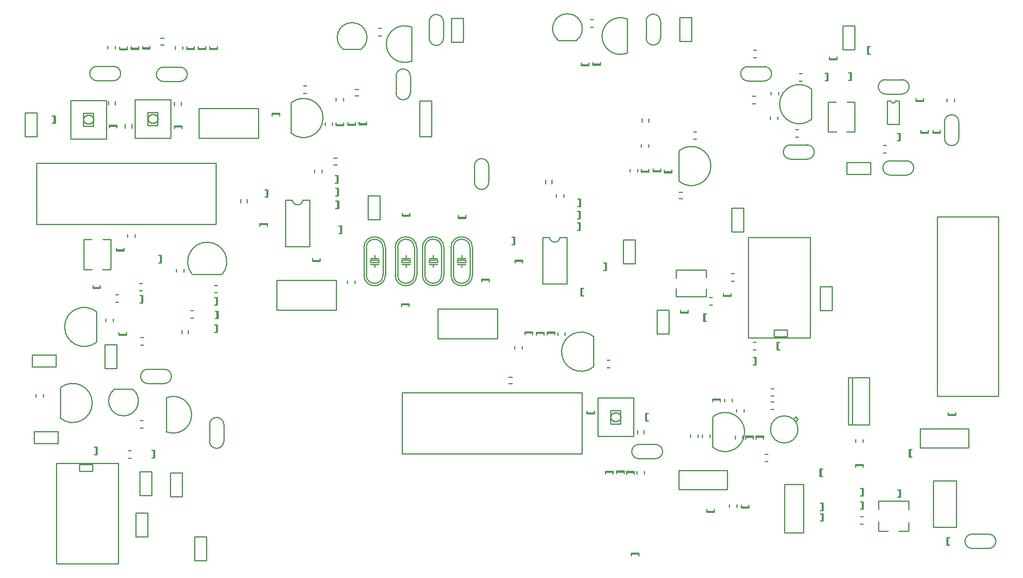
<source format=gbr>
G04 DipTrace 3.0.0.2*
G04 TopSilk.gbr*
%MOMM*%
G04 #@! TF.FileFunction,Legend,Top*
G04 #@! TF.Part,Single*
%ADD10C,0.25*%
%FSLAX35Y35*%
G04*
G71*
G90*
G75*
G01*
G04 TopSilk*
%LPD*%
X2960613Y10715303D2*
D10*
X3120453D1*
X2960613Y10734223D2*
X3120453D1*
X2960613D2*
Y10674383D1*
X3120453Y10734223D2*
Y10674383D1*
X1783533Y10936223D2*
Y10776383D1*
X1802453Y10936223D2*
Y10776383D1*
Y10936223D2*
X1742613D1*
X1802453Y10776383D2*
X1742613D1*
X3085113Y11165735D2*
Y11245745D1*
X2945113Y11165735D2*
Y11245745D1*
X3087453Y12364383D2*
Y12424223D1*
X2927613Y12364383D2*
Y12424223D1*
X2620404Y10993120D2*
X2407060D1*
Y10711922D1*
X2620404D1*
Y10993120D1*
X2895528Y11264135D2*
X2136565D1*
Y10442878D1*
X2895528D1*
Y11264135D1*
X2411158Y10855396D2*
X2411418Y10862001D1*
X2412197Y10868574D1*
X2413491Y10875083D1*
X2415295Y10881496D1*
X2417598Y10887782D1*
X2420390Y10893910D1*
X2423658Y10899850D1*
X2427384Y10905574D1*
X2431552Y10911053D1*
X2436141Y10916262D1*
X2441129Y10921173D1*
X2446490Y10925765D1*
X2452200Y10930013D1*
X2458230Y10933898D1*
X2464551Y10937400D1*
X2471132Y10940503D1*
X2477941Y10943191D1*
X2484945Y10945452D1*
X2492110Y10947274D1*
X2499401Y10948648D1*
X2506782Y10949568D1*
X2514217Y10950029D1*
X2521671D1*
X2529106Y10949568D1*
X2536487Y10948648D1*
X2543778Y10947274D1*
X2550943Y10945452D1*
X2557947Y10943191D1*
X2564756Y10940503D1*
X2571337Y10937400D1*
X2577658Y10933898D1*
X2583688Y10930013D1*
X2589398Y10925765D1*
X2594760Y10921173D1*
X2599747Y10916262D1*
X2604336Y10911053D1*
X2608504Y10905574D1*
X2612231Y10899850D1*
X2615498Y10893910D1*
X2618290Y10887782D1*
X2620594Y10881496D1*
X2622397Y10875083D1*
X2623691Y10868574D1*
X2624470Y10862001D1*
X2624730Y10855396D1*
X2624470Y10848790D1*
X2623691Y10842217D1*
X2622397Y10835708D1*
X2620594Y10829295D1*
X2618290Y10823009D1*
X2615498Y10816881D1*
X2612231Y10810941D1*
X2608504Y10805217D1*
X2604336Y10799738D1*
X2599747Y10794529D1*
X2594760Y10789618D1*
X2589398Y10785027D1*
X2583688Y10780778D1*
X2577658Y10776893D1*
X2571337Y10773391D1*
X2564756Y10770288D1*
X2557947Y10767600D1*
X2550943Y10765339D1*
X2543778Y10763517D1*
X2536487Y10762143D1*
X2529106Y10761223D1*
X2521671Y10760762D1*
X2514217D1*
X2506782Y10761223D1*
X2499401Y10762143D1*
X2492110Y10763517D1*
X2484945Y10765339D1*
X2477941Y10767600D1*
X2471132Y10770288D1*
X2464551Y10773391D1*
X2458230Y10776893D1*
X2452200Y10780778D1*
X2446490Y10785027D1*
X2441129Y10789618D1*
X2436141Y10794529D1*
X2431552Y10799738D1*
X2427384Y10805217D1*
X2423658Y10810941D1*
X2420390Y10816881D1*
X2417598Y10823009D1*
X2415295Y10829295D1*
X2413491Y10835708D1*
X2412197Y10842217D1*
X2411418Y10848790D1*
X2411158Y10855396D1*
X1415808Y10996800D2*
X1161792D1*
X1415808Y10488800D2*
Y10996800D1*
Y10488800D2*
X1161792D1*
Y10996800D1*
X13922292Y7783800D2*
X14176308D1*
X13922292Y8291800D2*
Y7783800D1*
Y8291800D2*
X14176308D1*
Y7783800D1*
X6717464Y9134426D2*
Y8148483D1*
X7233136Y9134426D2*
Y8148483D1*
X6717464D2*
X7233136D1*
X6717464Y9134426D2*
X6862763D1*
X7087837D2*
X7233136D1*
X6863437Y9135117D2*
G03X7087163Y9135117I111863J13970D01*
G01*
X6534800Y7426328D2*
X7804800D1*
Y6791272D1*
X6534800D1*
Y7426328D1*
X10256292Y12510300D2*
X10510308D1*
X10256292Y13018300D2*
Y12510300D1*
Y13018300D2*
X10510308D1*
Y12510300D1*
X7820868Y10031880D2*
X7740858D1*
X7820868Y9891880D2*
X7740858D1*
X8478792Y8721300D2*
X8732808D1*
X8478792Y9229300D2*
Y8721300D1*
Y9229300D2*
X8732808D1*
Y8721300D1*
X9380688Y11427152D2*
Y11782448D1*
X9075912Y11427152D2*
Y11782448D1*
X9380688D2*
G03X9075912Y11782448I-152388J164D01*
G01*
Y11427152D2*
G03X9380688Y11427152I152388J-164D01*
G01*
X7828800Y9119220D2*
Y8959380D1*
X7847720Y9119220D2*
Y8959380D1*
Y9119220D2*
X7787880D1*
X7847720Y8959380D2*
X7787880D1*
X3336453Y12366803D2*
X3176613D1*
X3336453Y12347883D2*
X3176613D1*
X3336453D2*
Y12407723D1*
X3176613Y12347883D2*
Y12407723D1*
X7818300Y9663720D2*
Y9503880D1*
X7837220Y9663720D2*
Y9503880D1*
Y9663720D2*
X7777380D1*
X7837220Y9503880D2*
X7777380D1*
X7822800Y9393720D2*
Y9233880D1*
X7841720Y9393720D2*
Y9233880D1*
Y9393720D2*
X7781880D1*
X7841720Y9233880D2*
X7781880D1*
X9392573Y12096074D2*
G02X9408454Y12826737I-132744J368390D01*
G01*
Y12096074D1*
X8329642Y12351317D2*
X7948958D1*
X8330404Y12351888D2*
G03X7948196Y12351888I-191104J253481D01*
G01*
X8694880Y12641880D2*
X8754720D1*
X8694880Y12801720D2*
X8754720D1*
X6169380Y8617800D2*
X6329220D1*
X6169380Y8636720D2*
X6329220D1*
X6169380D2*
Y8576880D1*
X6329220Y8636720D2*
Y8576880D1*
X7452720Y7851300D2*
X7292880D1*
X7452720Y7832380D2*
X7292880D1*
X7452720D2*
Y7892220D1*
X7292880Y7832380D2*
Y7892220D1*
X9368220Y8817300D2*
X9208380D1*
X9368220Y8798380D2*
X9208380D1*
X9368220D2*
Y8858220D1*
X9208380Y8798380D2*
Y8858220D1*
X9188880Y6907800D2*
X9348720D1*
X9188880Y6926720D2*
X9348720D1*
X9188880D2*
Y6866880D1*
X9348720Y6926720D2*
Y6866880D1*
X10560720Y8770800D2*
X10400880D1*
X10560720Y8751880D2*
X10400880D1*
X10560720D2*
Y8811720D1*
X10400880Y8751880D2*
Y8811720D1*
X8847900Y7539487D2*
Y8123713D1*
X8390700Y7539487D2*
Y8123713D1*
X8797105Y7539487D2*
Y8123713D1*
X8441495D2*
Y7539487D1*
Y8123713D2*
G02X8797105Y8123713I177805J-38D01*
G01*
X8390700D2*
G02X8847900Y8123713I228600J-13D01*
G01*
X8390700Y7539487D2*
G03X8847900Y7539487I228600J13D01*
G01*
X8441495D2*
G03X8797105Y7539487I177805J38D01*
G01*
X8530420Y7806190D2*
Y7857010D1*
X8708180D1*
Y7806190D1*
X8530420D1*
Y7895125D2*
X8619300D1*
X8708180D1*
X8530420Y7768075D2*
X8619300D1*
X8708180D1*
X8619300Y7895125D2*
Y7958651D1*
Y7768075D2*
Y7704549D1*
X9058200Y8124113D2*
Y7539887D1*
X9515400Y8124113D2*
Y7539887D1*
X9108995Y8124113D2*
Y7539887D1*
X9464605D2*
Y8124113D1*
Y7539887D2*
G02X9108995Y7539887I-177805J38D01*
G01*
X9515400D2*
G02X9058200Y7539887I-228600J13D01*
G01*
X9515400Y8124113D2*
G03X9058200Y8124113I-228600J-13D01*
G01*
X9464605D2*
G03X9108995Y8124113I-177805J-38D01*
G01*
X9375680Y7857410D2*
Y7806590D1*
X9197920D1*
Y7857410D1*
X9375680D1*
Y7768475D2*
X9286800D1*
X9197920D1*
X9375680Y7895525D2*
X9286800D1*
X9197920D1*
X9286800Y7768475D2*
Y7704949D1*
Y7895525D2*
Y7959051D1*
X10095900Y7540987D2*
Y8125213D1*
X9638700Y7540987D2*
Y8125213D1*
X10045105Y7540987D2*
Y8125213D1*
X9689495D2*
Y7540987D1*
Y8125213D2*
G02X10045105Y8125213I177805J-38D01*
G01*
X9638700D2*
G02X10095900Y8125213I228600J-13D01*
G01*
X9638700Y7540987D2*
G03X10095900Y7540987I228600J13D01*
G01*
X9689495D2*
G03X10045105Y7540987I177805J38D01*
G01*
X9778420Y7807690D2*
Y7858510D1*
X9956180D1*
Y7807690D1*
X9778420D1*
Y7896625D2*
X9867300D1*
X9956180D1*
X9778420Y7769575D2*
X9867300D1*
X9956180D1*
X9867300Y7896625D2*
Y7960151D1*
Y7769575D2*
Y7706049D1*
X10247700Y8124113D2*
Y7539887D1*
X10704900Y8124113D2*
Y7539887D1*
X10298495Y8124113D2*
Y7539887D1*
X10654105D2*
Y8124113D1*
Y7539887D2*
G02X10298495Y7539887I-177805J38D01*
G01*
X10704900D2*
G02X10247700Y7539887I-228600J13D01*
G01*
X10704900Y8124113D2*
G03X10247700Y8124113I-228600J-13D01*
G01*
X10654105D2*
G03X10298495Y8124113I-177805J-38D01*
G01*
X10565180Y7857410D2*
Y7806590D1*
X10387420D1*
Y7857410D1*
X10565180D1*
Y7768475D2*
X10476300D1*
X10387420D1*
X10565180Y7895525D2*
X10476300D1*
X10387420D1*
X10476300Y7768475D2*
Y7704949D1*
Y7895525D2*
Y7959051D1*
X10901880Y7434300D2*
X11061720D1*
X10901880Y7453220D2*
X11061720D1*
X10901880D2*
Y7393380D1*
X11061720Y7453220D2*
Y7393380D1*
X8199720Y7356880D2*
Y7416720D1*
X8039880Y7356880D2*
Y7416720D1*
X9969800Y6815828D2*
X11239800D1*
Y6180772D1*
X9969800D1*
Y6815828D1*
X11581800Y8351220D2*
Y8191380D1*
X11600720Y8351220D2*
Y8191380D1*
Y8351220D2*
X11540880D1*
X11600720Y8191380D2*
X11540880D1*
X12204464Y8339426D2*
Y7353483D1*
X12720136Y8339426D2*
Y7353483D1*
X12204464D2*
X12720136D1*
X12204464Y8339426D2*
X12349763D1*
X12574837D2*
X12720136D1*
X12350437Y8340117D2*
G03X12574163Y8340117I111863J13970D01*
G01*
X12398880Y9485232D2*
Y9565242D1*
X12258880Y9485232D2*
Y9565242D1*
X12978300Y8652720D2*
Y8492880D1*
X12997220Y8652720D2*
Y8492880D1*
Y8652720D2*
X12937380D1*
X12997220Y8492880D2*
X12937380D1*
X12982800Y8900220D2*
Y8740380D1*
X13001720Y8900220D2*
Y8740380D1*
Y8900220D2*
X12941880D1*
X13001720Y8740380D2*
X12941880D1*
X12987300Y9164220D2*
Y9004380D1*
X13006220Y9164220D2*
Y9004380D1*
Y9164220D2*
X12946380D1*
X13006220Y9004380D2*
X12946380D1*
X11608380Y7836300D2*
X11768220D1*
X11608380Y7855220D2*
X11768220D1*
X11608380D2*
Y7795380D1*
X11768220Y7855220D2*
Y7795380D1*
X15187368Y9310380D2*
X15107358D1*
X15187368Y9170380D2*
X15107358D1*
X4051800Y7956720D2*
Y7796880D1*
X4070720Y7956720D2*
Y7796880D1*
Y7956720D2*
X4010880D1*
X4070720Y7796880D2*
X4010880D1*
X1407302Y8623960D2*
X5237032D1*
Y9928380D1*
X1407302D1*
Y8623960D1*
X6143800Y10460272D2*
X4873800D1*
Y11095328D1*
X6143800D1*
Y10460272D1*
X3586953Y12375803D2*
X3427113D1*
X3586953Y12356883D2*
X3427113D1*
X3586953D2*
Y12416723D1*
X3427113Y12356883D2*
Y12416723D1*
X3825453Y12384803D2*
X3665613D1*
X3825453Y12365883D2*
X3665613D1*
X3825453D2*
Y12425723D1*
X3665613Y12365883D2*
Y12425723D1*
X6316800Y9360720D2*
Y9200880D1*
X6335720Y9360720D2*
Y9200880D1*
Y9360720D2*
X6275880D1*
X6335720Y9200880D2*
X6275880D1*
X10087188Y12588152D2*
Y12943448D1*
X9782412Y12588152D2*
Y12943448D1*
X10087188D2*
G03X9782412Y12943448I-152388J164D01*
G01*
Y12588152D2*
G03X10087188Y12588152I152388J-164D01*
G01*
X3051448Y11989188D2*
X2696152D1*
X3051448Y11684412D2*
X2696152D1*
Y11989188D2*
G03X2696152Y11684412I-164J-152388D01*
G01*
X3051448D2*
G03X3051448Y11989188I164J152388D01*
G01*
X7891800Y8586720D2*
Y8426880D1*
X7910720Y8586720D2*
Y8426880D1*
Y8586720D2*
X7850880D1*
X7910720Y8426880D2*
X7850880D1*
X13537800Y7796220D2*
Y7636380D1*
X13556720Y7796220D2*
Y7636380D1*
Y7796220D2*
X13496880D1*
X13556720Y7636380D2*
X13496880D1*
X4349347Y10699307D2*
X4509187D1*
X4349347Y10718227D2*
X4509187D1*
X4349347D2*
Y10658387D1*
X4509187Y10718227D2*
Y10658387D1*
X3298953Y10750871D2*
Y10670861D1*
X3438953Y10750871D2*
Y10670861D1*
X4490347Y11149739D2*
Y11229749D1*
X4350347Y11149739D2*
Y11229749D1*
X4523220Y12354880D2*
Y12414720D1*
X4363380Y12354880D2*
Y12414720D1*
X3994404Y11009620D2*
X3781060D1*
Y10728422D1*
X3994404D1*
Y11009620D1*
X4269528Y11280635D2*
X3510565D1*
Y10459378D1*
X4269528D1*
Y11280635D1*
X3785158Y10871896D2*
X3785418Y10878501D1*
X3786197Y10885074D1*
X3787491Y10891583D1*
X3789295Y10897996D1*
X3791598Y10904282D1*
X3794390Y10910410D1*
X3797658Y10916350D1*
X3801384Y10922074D1*
X3805552Y10927553D1*
X3810141Y10932762D1*
X3815129Y10937673D1*
X3820490Y10942265D1*
X3826200Y10946513D1*
X3832230Y10950398D1*
X3838551Y10953900D1*
X3845132Y10957003D1*
X3851941Y10959691D1*
X3858945Y10961952D1*
X3866110Y10963774D1*
X3873401Y10965148D1*
X3880782Y10966068D1*
X3888217Y10966529D1*
X3895671D1*
X3903106Y10966068D1*
X3910487Y10965148D1*
X3917778Y10963774D1*
X3924943Y10961952D1*
X3931947Y10959691D1*
X3938756Y10957003D1*
X3945337Y10953900D1*
X3951658Y10950398D1*
X3957688Y10946513D1*
X3963398Y10942265D1*
X3968760Y10937673D1*
X3973747Y10932762D1*
X3978336Y10927553D1*
X3982504Y10922074D1*
X3986231Y10916350D1*
X3989498Y10910410D1*
X3992290Y10904282D1*
X3994594Y10897996D1*
X3996397Y10891583D1*
X3997691Y10885074D1*
X3998470Y10878501D1*
X3998730Y10871896D1*
X3998470Y10865290D1*
X3997691Y10858717D1*
X3996397Y10852208D1*
X3994594Y10845795D1*
X3992290Y10839509D1*
X3989498Y10833381D1*
X3986231Y10827441D1*
X3982504Y10821717D1*
X3978336Y10816238D1*
X3973747Y10811029D1*
X3968760Y10806118D1*
X3963398Y10801527D1*
X3957688Y10797278D1*
X3951658Y10793393D1*
X3945337Y10789891D1*
X3938756Y10786788D1*
X3931947Y10784100D1*
X3924943Y10781839D1*
X3917778Y10780017D1*
X3910487Y10778643D1*
X3903106Y10777723D1*
X3895671Y10777262D1*
X3888217D1*
X3880782Y10777723D1*
X3873401Y10778643D1*
X3866110Y10780017D1*
X3858945Y10781839D1*
X3851941Y10784100D1*
X3845132Y10786788D1*
X3838551Y10789891D1*
X3832230Y10793393D1*
X3826200Y10797278D1*
X3820490Y10801527D1*
X3815129Y10806118D1*
X3810141Y10811029D1*
X3805552Y10816238D1*
X3801384Y10821717D1*
X3797658Y10827441D1*
X3794390Y10833381D1*
X3791598Y10839509D1*
X3789295Y10845795D1*
X3787491Y10852208D1*
X3786197Y10858717D1*
X3785418Y10865290D1*
X3785158Y10871896D1*
X4767720Y12375300D2*
X4607880D1*
X4767720Y12356380D2*
X4607880D1*
X4767720D2*
Y12416220D1*
X4607880Y12356380D2*
Y12416220D1*
X5018220Y12375300D2*
X4858380D1*
X5018220Y12356380D2*
X4858380D1*
X5018220D2*
Y12416220D1*
X4858380Y12356380D2*
Y12416220D1*
X5261220Y12375300D2*
X5101380D1*
X5261220Y12356380D2*
X5101380D1*
X5261220D2*
Y12416220D1*
X5101380Y12356380D2*
Y12416220D1*
X4471948Y11972688D2*
X4116652D1*
X4471948Y11667912D2*
X4116652D1*
Y11972688D2*
G03X4116652Y11667912I-164J-152388D01*
G01*
X4471948D2*
G03X4471948Y11972688I164J152388D01*
G01*
X4045965Y12451223D2*
X4125975D1*
X4045965Y12591223D2*
X4125975D1*
X6843470Y11215707D2*
G02X6833449Y10567964I258652J-327951D01*
G01*
X6836469Y10571974D2*
Y11204680D1*
X7719720Y10731880D2*
Y10791720D1*
X7559880Y10731880D2*
Y10791720D1*
X7953720Y10749300D2*
X7793880D1*
X7953720Y10730380D2*
X7793880D1*
X7953720D2*
Y10790220D1*
X7793880Y10730380D2*
Y10790220D1*
X8204220Y10758300D2*
X8044380D1*
X8204220Y10739380D2*
X8044380D1*
X8204220D2*
Y10799220D1*
X8044380Y10739380D2*
Y10799220D1*
X8442720Y10767300D2*
X8282880D1*
X8442720Y10748380D2*
X8282880D1*
X8442720D2*
Y10808220D1*
X8282880Y10748380D2*
Y10808220D1*
X8198232Y11361720D2*
X8278242D1*
X8198232Y11501720D2*
X8278242D1*
X7101880Y11413380D2*
X7161720D1*
X7101880Y11573220D2*
X7161720D1*
X7795380Y11317220D2*
Y11257380D1*
X7955220Y11317220D2*
Y11257380D1*
X4720893Y7562470D2*
G02X5368636Y7552449I327951J258652D01*
G01*
X5364626Y7555469D2*
X4731920D1*
X5263220Y7320720D2*
X5203380D1*
X5263220Y7160880D2*
X5203380D1*
X5242800Y6476220D2*
Y6316380D1*
X5261720Y6476220D2*
Y6316380D1*
Y6476220D2*
X5201880D1*
X5261720Y6316380D2*
X5201880D1*
X5256300Y6770220D2*
Y6610380D1*
X5275220Y6770220D2*
Y6610380D1*
Y6770220D2*
X5215380D1*
X5275220Y6610380D2*
X5215380D1*
X5239800Y7065720D2*
Y6905880D1*
X5258720Y7065720D2*
Y6905880D1*
Y7065720D2*
X5198880D1*
X5258720Y6905880D2*
X5198880D1*
X4506720Y6359868D2*
Y6279858D1*
X4646720Y6359868D2*
Y6279858D1*
X4388880Y7667720D2*
Y7607880D1*
X4548720Y7667720D2*
Y7607880D1*
X4694380Y6623880D2*
X4754220D1*
X4694380Y6783720D2*
X4754220D1*
X5756220Y9157368D2*
Y9077358D1*
X5896220Y9157368D2*
Y9077358D1*
X15123792Y12526800D2*
X15377808D1*
X15123792Y13034800D2*
Y12526800D1*
Y13034800D2*
X15377808D1*
Y12526800D1*
X13185633Y12027343D2*
X13025793D1*
X13185633Y12008423D2*
X13025793D1*
X13185633D2*
Y12068263D1*
X13025793Y12008423D2*
Y12068263D1*
X13994486Y12267117D2*
G02X14010368Y12997780I-132744J368390D01*
G01*
Y12267117D1*
X12922555Y12540360D2*
X12541871D1*
X12923317Y12540931D2*
G03X12541109Y12540931I-191104J253481D01*
G01*
X13217293Y12826423D2*
X13277133D1*
X13217293Y12986263D2*
X13277133D1*
X14714688Y12595652D2*
Y12950948D1*
X14409912Y12595652D2*
Y12950948D1*
X14714688D2*
G03X14409912Y12950948I-152388J164D01*
G01*
Y12595652D2*
G03X14714688Y12595652I152388J-164D01*
G01*
X3324720Y6276300D2*
X3164880D1*
X3324720Y6257380D2*
X3164880D1*
X3324720D2*
Y6317220D1*
X3164880Y6257380D2*
Y6317220D1*
X2683735Y6103533D2*
G02X2693751Y6750986I-258537J327804D01*
G01*
X2690732Y6746978D2*
Y6114554D1*
X3623380Y6046380D2*
X3683220D1*
X3623380Y6206220D2*
X3683220D1*
X2766720Y7273800D2*
X2606880D1*
X2766720Y7254880D2*
X2606880D1*
X2766720D2*
Y7314720D1*
X2606880Y7254880D2*
Y7314720D1*
X3089380Y6964380D2*
X3149220D1*
X3089380Y7124220D2*
X3149220D1*
X3662720Y7362720D2*
X3602880D1*
X3662720Y7202880D2*
X3602880D1*
X2862790Y5545800D2*
X3116810D1*
X2862790Y6053800D2*
Y5545800D1*
Y6053800D2*
X3116810D1*
Y5545800D1*
X3272220Y8074800D2*
X3112380D1*
X3272220Y8055880D2*
X3112380D1*
X3272220D2*
Y8115720D1*
X3112380Y8055880D2*
Y8115720D1*
X3649933Y7107453D2*
Y6947613D1*
X3668853Y7107453D2*
Y6947613D1*
Y7107453D2*
X3609013D1*
X3668853Y6947613D2*
X3609013D1*
X2594790Y7656290D2*
X2419800D1*
X2989800Y8296310D2*
X2824785D1*
X2989800Y7656290D2*
X2814810D1*
X2989800D2*
Y8296310D1*
X2584815D2*
X2419800D1*
Y7656290D2*
Y7976300D1*
Y8296310D2*
Y7976300D1*
X3509220Y8343880D2*
Y8403720D1*
X3349380Y8343880D2*
Y8403720D1*
X3042720Y6543880D2*
Y6603720D1*
X2882880Y6543880D2*
Y6603720D1*
X6427380Y10975800D2*
X6587220D1*
X6427380Y10994720D2*
X6587220D1*
X6427380D2*
Y10934880D1*
X6587220Y10994720D2*
Y10934880D1*
X3780152Y5225412D2*
X4135448D1*
X3780152Y5530188D2*
X4135448D1*
Y5225412D2*
G03X4135448Y5530188I164J152388D01*
G01*
X3780152D2*
G03X3780152Y5225412I-164J-152388D01*
G01*
X4192134Y4926479D2*
G02X4176252Y4195797I132747J-368399D01*
G01*
Y4926479D1*
X3073958Y5106283D2*
X3454642D1*
X3073196Y5105712D2*
G03X3455404Y5105712I191104J-253481D01*
G01*
X3621880Y4277880D2*
X3681720D1*
X3621880Y4437720D2*
X3681720D1*
X5402688Y3994652D2*
Y4349948D1*
X5097912Y3994652D2*
Y4349948D1*
X5402688D2*
G03X5097912Y4349948I-152388J164D01*
G01*
Y3994652D2*
G03X5402688Y3994652I152388J-164D01*
G01*
X15115923Y10191307D2*
G02X15105902Y9543577I258647J-327944D01*
G01*
X15108922Y9547587D2*
Y10180281D1*
X14229720Y9740380D2*
Y9800220D1*
X14069880Y9740380D2*
Y9800220D1*
X14463720Y9757800D2*
X14303880D1*
X14463720Y9738880D2*
X14303880D1*
X14463720D2*
Y9798720D1*
X14303880Y9738880D2*
Y9798720D1*
X14714220Y9766800D2*
X14554380D1*
X14714220Y9747880D2*
X14554380D1*
X14714220D2*
Y9807720D1*
X14554380Y9747880D2*
Y9807720D1*
X14952773Y9742693D2*
X14792933D1*
X14952773Y9723773D2*
X14792933D1*
X14952773D2*
Y9783613D1*
X14792933Y9723773D2*
Y9783613D1*
X14461433Y10794625D2*
Y10874635D1*
X14321433Y10794625D2*
Y10874635D1*
X15422380Y10436880D2*
X15482220D1*
X15422380Y10596720D2*
X15482220D1*
X14305380Y10325720D2*
Y10265880D1*
X14465220Y10325720D2*
Y10265880D1*
X13282684Y5575779D2*
G02X13292704Y6223510I-258647J327944D01*
G01*
X13289684Y6219500D2*
Y5586806D1*
X12521880Y6311720D2*
Y6251880D1*
X12681720Y6311720D2*
Y6251880D1*
X12295380Y6304800D2*
X12455220D1*
X12295380Y6323720D2*
X12455220D1*
X12295380D2*
Y6263880D1*
X12455220Y6323720D2*
Y6263880D1*
X12070380Y6297300D2*
X12230220D1*
X12070380Y6316220D2*
X12230220D1*
X12070380D2*
Y6256380D1*
X12230220Y6316220D2*
Y6256380D1*
X11825880Y6306300D2*
X11985720D1*
X11825880Y6325220D2*
X11985720D1*
X11825880D2*
Y6265380D1*
X11985720Y6325220D2*
Y6265380D1*
X11552868Y5362380D2*
X11472858D1*
X11552868Y5222380D2*
X11472858D1*
X13571380Y5561880D2*
X13631220D1*
X13571380Y5721720D2*
X13631220D1*
X11762220Y5963380D2*
Y6023220D1*
X11602380Y5963380D2*
Y6023220D1*
X18379308Y7287300D2*
X18125292D1*
X18379308Y6779300D2*
Y7287300D1*
Y6779300D2*
X18125292D1*
Y7287300D1*
X19550282Y11254305D2*
Y10754295D1*
X19810318Y11254305D2*
Y10754295D1*
X19550282D2*
X19810318D1*
X19630276Y11254305D2*
X19550282D1*
X19730324D2*
X19810318D1*
X19630276D2*
G03X19730324Y11254305I50024J23D01*
G01*
X19867948Y11705693D2*
X19512652D1*
X19867948Y11400907D2*
X19512652D1*
Y11705693D2*
G03X19512652Y11400907I-159J-152393D01*
G01*
X19867948D2*
G03X19867948Y11705693I159J152393D01*
G01*
X20321220Y11265300D2*
X20161380D1*
X20321220Y11246380D2*
X20161380D1*
X20321220D2*
Y11306220D1*
X20161380Y11246380D2*
Y11306220D1*
X18466290Y10591790D2*
X18291300D1*
X18861300Y11231810D2*
X18696285D1*
X18861300Y10591790D2*
X18686310D1*
X18861300D2*
Y11231810D1*
X18456315D2*
X18291300D1*
Y10591790D2*
Y10911800D1*
Y11231810D2*
Y10911800D1*
X18265800Y11846220D2*
Y11686380D1*
X18284720Y11846220D2*
Y11686380D1*
Y11846220D2*
X18224880D1*
X18284720Y11686380D2*
X18224880D1*
X18762300Y11850720D2*
Y11690880D1*
X18781220Y11850720D2*
Y11690880D1*
Y11850720D2*
X18721380D1*
X18781220Y11690880D2*
X18721380D1*
X20682720Y10588800D2*
X20522880D1*
X20682720Y10569880D2*
X20522880D1*
X20682720D2*
Y10629720D1*
X20522880Y10569880D2*
Y10629720D1*
X19198800Y9686290D2*
Y9940310D1*
X18690800Y9686290D2*
X19198800D1*
X18690800D2*
Y9940310D1*
X19198800D1*
X19803300Y10563720D2*
Y10403880D1*
X19822220Y10563720D2*
Y10403880D1*
Y10563720D2*
X19762380D1*
X19822220Y10403880D2*
X19762380D1*
X19523720Y10305720D2*
X19463880D1*
X19523720Y10145880D2*
X19463880D1*
X19965448Y9976193D2*
X19610152D1*
X19965448Y9671407D2*
X19610152D1*
Y9976193D2*
G03X19610152Y9671407I-159J-152393D01*
G01*
X19965448D2*
G03X19965448Y9976193I159J152393D01*
G01*
X20427720Y10582800D2*
X20267880D1*
X20427720Y10563880D2*
X20267880D1*
X20427720D2*
Y10623720D1*
X20267880Y10563880D2*
Y10623720D1*
X17932641Y10854212D2*
G02X17942658Y11501653I-258532J327798D01*
G01*
X17939639Y11497645D2*
Y10865234D1*
X17669380Y11675880D2*
X17729220D1*
X17669380Y11835720D2*
X17729220D1*
X17074380Y11443220D2*
Y11383380D1*
X17234220Y11443220D2*
Y11383380D1*
X17054880Y10918220D2*
Y10858380D1*
X17214720Y10918220D2*
Y10858380D1*
X17657720Y10646220D2*
X17597880D1*
X17657720Y10486380D2*
X17597880D1*
X16677880Y11194380D2*
X16737720D1*
X16677880Y11354220D2*
X16737720D1*
X17488652Y10011907D2*
X17843948D1*
X17488652Y10316693D2*
X17843948D1*
Y10011907D2*
G03X17843948Y10316693I159J152393D01*
G01*
X17488652D2*
G03X17488652Y10011907I-159J-152393D01*
G01*
X16578152Y11679900D2*
X16933448D1*
X16578152Y11984700D2*
X16933448D1*
Y11679900D2*
G03X16933448Y11984700I152J152400D01*
G01*
X16578152D2*
G03X16578152Y11679900I-152J-152400D01*
G01*
X16695880Y12178380D2*
X16755720D1*
X16695880Y12338220D2*
X16755720D1*
X18313380Y12135880D2*
Y12195720D1*
X18473220Y12135880D2*
Y12195720D1*
Y12154712D2*
X18313380D1*
X18473220Y12135792D2*
X18313380D1*
X19146300Y12253380D2*
Y12413220D1*
X19127380Y12253380D2*
Y12413220D1*
Y12253380D2*
X19187220D1*
X19127380Y12413220D2*
X19187220D1*
X18859310Y12856800D2*
X18605290D1*
X18859310Y12348800D2*
Y12856800D1*
Y12348800D2*
X18605290D1*
Y12856800D1*
X15608880Y4135470D2*
Y4075630D1*
X15768720Y4135470D2*
Y4075630D1*
X15515220Y4070380D2*
Y4130220D1*
X15355380Y4070380D2*
Y4130220D1*
X16085130Y4897470D2*
Y4837630D1*
X16244970Y4897470D2*
Y4837630D1*
X16180380Y2643220D2*
Y2583380D1*
X16340220Y2643220D2*
Y2583380D1*
X16307380Y4103720D2*
Y4043880D1*
X16467220Y4103720D2*
Y4043880D1*
X16337388Y4676491D2*
X16336434Y4616667D1*
X16497206Y4673967D2*
X16496252Y4614143D1*
X16941880Y3562380D2*
X17001720D1*
X16941880Y3722220D2*
X17001720D1*
X17068880Y4959380D2*
X17128720D1*
X17068880Y5119220D2*
X17128720D1*
X17068880Y4673630D2*
X17128720D1*
X17068880Y4833470D2*
X17128720D1*
X19038970Y3974630D2*
Y4034470D1*
X18879130Y3974630D2*
Y4034470D1*
X14412300Y4433880D2*
Y4593720D1*
X14393380Y4433880D2*
Y4593720D1*
Y4433880D2*
X14453220D1*
X14393380Y4593720D2*
X14453220D1*
X15831130Y4878550D2*
X15990970D1*
X15831130Y4897470D2*
X15990970D1*
X15831130D2*
Y4837630D1*
X15990970Y4897470D2*
Y4837630D1*
X16594220Y2596550D2*
X16434380D1*
X16594220Y2577630D2*
X16434380D1*
X16594220D2*
Y2637470D1*
X16434380Y2577630D2*
Y2637470D1*
X16529630Y4084800D2*
X16689470D1*
X16529630Y4103720D2*
X16689470D1*
X16529630D2*
Y4043880D1*
X16689470Y4103720D2*
Y4043880D1*
X18163300Y2452220D2*
Y2292380D1*
X18182220Y2452220D2*
Y2292380D1*
Y2452220D2*
X18122380D1*
X18182220Y2292380D2*
X18122380D1*
X18135550Y3244880D2*
Y3404720D1*
X18116630Y3244880D2*
Y3404720D1*
Y3244880D2*
X18176470D1*
X18116630Y3404720D2*
X18176470D1*
X20838300Y1783380D2*
Y1943220D1*
X20819380Y1783380D2*
Y1943220D1*
Y1783380D2*
X20879220D1*
X20819380Y1943220D2*
X20879220D1*
X20040550Y3657630D2*
Y3817470D1*
X20021630Y3657630D2*
Y3817470D1*
Y3657630D2*
X20081470D1*
X20021630Y3817470D2*
X20081470D1*
X19814300Y2960220D2*
Y2800380D1*
X19833220Y2960220D2*
Y2800380D1*
Y2960220D2*
X19773380D1*
X19833220Y2800380D2*
X19773380D1*
X21007470Y4565050D2*
X20847630D1*
X21007470Y4546130D2*
X20847630D1*
X21007470D2*
Y4605970D1*
X20847630Y4546130D2*
Y4605970D1*
X19039470Y2546380D2*
X18979630D1*
X19039470Y2706220D2*
X18979630D1*
X19020638D2*
Y2546380D1*
X19039558Y2706220D2*
Y2546380D1*
X17551014Y4460930D2*
X17601020Y4510943D1*
Y4410916D2*
X17651027Y4460930D1*
X17601020Y4510943D1*
X17066120Y4245477D2*
G02X17066120Y4245477I289432J0D01*
G01*
X18720800Y4348800D2*
X19170800D1*
Y5348800D1*
X18720800D1*
Y4348800D1*
X18810800D2*
Y5348800D1*
X19039470Y2388720D2*
X18979630D1*
X19039470Y2228880D2*
X18979630D1*
X16138493Y2963974D2*
X15106680D1*
Y3370987D1*
X16138493D1*
Y2963974D1*
X17764126Y3075993D2*
X17357113D1*
Y2044180D1*
X17764126D1*
Y3075993D1*
X20255607Y4257126D2*
X21287420D1*
Y3850113D1*
X20255607D1*
Y4257126D1*
X21027201Y3151676D2*
X20536379D1*
Y2159717D1*
X21027201D1*
Y3151676D1*
X17910177Y6197423D2*
X16592550D1*
Y8340550D1*
X17910177D1*
Y6197423D1*
X17420547Y6222927D2*
X17143450D1*
Y6371017D1*
X17420547D1*
Y6222927D1*
X19369305Y2720050D2*
Y2540082D1*
X20009295Y2260082D2*
Y2080050D1*
X19369305D2*
Y2280050D1*
Y2720050D2*
X20009295D1*
Y2530034D1*
X19369305Y2080050D2*
X19569310D1*
X19999285D2*
X19799280D1*
X21361652Y1707912D2*
X21716948D1*
X21361652Y2012688D2*
X21716948D1*
Y1707912D2*
G03X21716948Y2012688I164J152388D01*
G01*
X21361652D2*
G03X21361652Y1707912I-164J-152388D01*
G01*
X16751880Y4084800D2*
X16911720D1*
X16751880Y4103720D2*
X16911720D1*
X16751880D2*
Y4043880D1*
X16911720Y4103720D2*
Y4043880D1*
X18879130Y3481550D2*
X19038970D1*
X18879130Y3500470D2*
X19038970D1*
X18879130D2*
Y3440630D1*
X19038970Y3500470D2*
Y3440630D1*
X16753220Y6103720D2*
X16693380D1*
X16753220Y5943880D2*
X16693380D1*
X17195630Y6103720D2*
X17255470D1*
X17195630Y5943880D2*
X17255470D1*
X17214462D2*
Y6103720D1*
X17195542Y5943880D2*
Y6103720D1*
X21921140Y4951802D2*
X20616720D1*
Y8781532D1*
X21921140D1*
Y4951802D1*
X16052880Y7089880D2*
Y7149720D1*
X16212720Y7089880D2*
Y7149720D1*
Y7108712D2*
X16052880D1*
X16212720Y7089792D2*
X16052880D1*
X15302220Y6748800D2*
X15142380D1*
X15302220Y6729880D2*
X15142380D1*
X15302220D2*
Y6789720D1*
X15142380Y6729880D2*
Y6789720D1*
X15654300Y6557880D2*
Y6717720D1*
X15635380Y6557880D2*
Y6717720D1*
Y6557880D2*
X15695220D1*
X15635380Y6717720D2*
X15695220D1*
X15820220Y7062720D2*
X15760380D1*
X15820220Y6902880D2*
X15760380D1*
X15049789Y7472310D2*
Y7647300D1*
X15689811Y7077300D2*
Y7242315D1*
X15049789Y7077300D2*
Y7252290D1*
Y7077300D2*
X15689811D1*
Y7482285D2*
Y7647300D1*
X15049789D2*
X15369800D1*
X15689811D2*
X15369800D1*
X19020550Y2991970D2*
Y2832130D1*
X19039470Y2991970D2*
Y2832130D1*
Y2991970D2*
X18979630D1*
X19039470Y2832130D2*
X18979630D1*
X18163300Y2674470D2*
Y2514630D1*
X18182220Y2674470D2*
Y2514630D1*
Y2674470D2*
X18122380D1*
X18182220Y2514630D2*
X18122380D1*
X15863970Y2501300D2*
X15704130D1*
X15863970Y2482380D2*
X15704130D1*
X15863970D2*
Y2542220D1*
X15704130Y2482380D2*
Y2542220D1*
X14089380Y1594800D2*
X14249220D1*
X14089380Y1613720D2*
X14249220D1*
X14089380D2*
Y1553880D1*
X14249220Y1613720D2*
Y1553880D1*
X16734300Y5786220D2*
Y5626380D1*
X16753220Y5786220D2*
Y5626380D1*
Y5786220D2*
X16693380D1*
X16753220Y5626380D2*
X16693380D1*
X14637790Y6283800D2*
X14891810D1*
X14637790Y6791800D2*
Y6283800D1*
Y6791800D2*
X14891810D1*
Y6283800D1*
X16235292Y8455800D2*
X16489308D1*
X16235292Y8963800D2*
Y8455800D1*
Y8963800D2*
X16489308D1*
Y8455800D1*
X9579792Y11252800D2*
X9833808D1*
Y10490800D1*
X9579792D2*
X9833808D1*
X9579792Y11252800D2*
Y10490800D1*
X15835925Y4518447D2*
G02X15825909Y3870994I258537J-327804D01*
G01*
X15828928Y3875002D2*
Y4507426D1*
X13033800Y7097880D2*
Y7257720D1*
X13014880Y7097880D2*
Y7257720D1*
Y7097880D2*
X13074720D1*
X13014880Y7257720D2*
X13074720D1*
X7497720Y9719380D2*
Y9779220D1*
X7337880Y9719380D2*
Y9779220D1*
X12654720Y9198880D2*
Y9258720D1*
X12494880Y9198880D2*
Y9258720D1*
X11053188Y9514652D2*
Y9869948D1*
X10748412Y9514652D2*
Y9869948D1*
X11053188D2*
G03X10748412Y9869948I-152388J164D01*
G01*
Y9514652D2*
G03X11053188Y9514652I152388J-164D01*
G01*
X13433133Y12037843D2*
X13273293D1*
X13433133Y12018923D2*
X13273293D1*
X13433133D2*
Y12078763D1*
X13273293Y12018923D2*
Y12078763D1*
X21079200Y10450652D2*
Y10805948D1*
X20774400Y10450652D2*
Y10805948D1*
X21079200D2*
G03X20774400Y10805948I-152400J152D01*
G01*
Y10450652D2*
G03X21079200Y10450652I152400J-152D01*
G01*
X20822880Y11299220D2*
Y11239380D1*
X20982720Y11299220D2*
Y11239380D1*
X9208802Y3729460D2*
X13038532D1*
Y5033880D1*
X9208802D1*
Y3729460D1*
X13302720Y4602300D2*
X13142880D1*
X13302720Y4583380D2*
X13142880D1*
X13302720D2*
Y4643220D1*
X13142880Y4583380D2*
Y4643220D1*
X14225220Y4226868D2*
Y4146858D1*
X14365220Y4226868D2*
Y4146858D1*
X14213880Y3355220D2*
Y3295380D1*
X14373720Y3355220D2*
Y3295380D1*
X13864404Y4646620D2*
X13651060D1*
Y4365422D1*
X13864404D1*
Y4646620D1*
X14139528Y4917635D2*
X13380565D1*
Y4096378D1*
X14139528D1*
Y4917635D1*
X13655158Y4508896D2*
X13655418Y4515501D1*
X13656197Y4522074D1*
X13657491Y4528583D1*
X13659295Y4534996D1*
X13661598Y4541282D1*
X13664390Y4547410D1*
X13667658Y4553350D1*
X13671384Y4559074D1*
X13675552Y4564553D1*
X13680141Y4569762D1*
X13685129Y4574673D1*
X13690490Y4579265D1*
X13696200Y4583513D1*
X13702230Y4587398D1*
X13708551Y4590900D1*
X13715132Y4594003D1*
X13721941Y4596691D1*
X13728945Y4598952D1*
X13736110Y4600774D1*
X13743401Y4602148D1*
X13750782Y4603068D1*
X13758217Y4603529D1*
X13765671D1*
X13773106Y4603068D1*
X13780487Y4602148D1*
X13787778Y4600774D1*
X13794943Y4598952D1*
X13801947Y4596691D1*
X13808756Y4594003D1*
X13815337Y4590900D1*
X13821658Y4587398D1*
X13827688Y4583513D1*
X13833398Y4579265D1*
X13838760Y4574673D1*
X13843747Y4569762D1*
X13848336Y4564553D1*
X13852504Y4559074D1*
X13856231Y4553350D1*
X13859498Y4547410D1*
X13862290Y4541282D1*
X13864594Y4534996D1*
X13866397Y4528583D1*
X13867691Y4522074D1*
X13868470Y4515501D1*
X13868730Y4508896D1*
X13868470Y4502290D1*
X13867691Y4495717D1*
X13866397Y4489208D1*
X13864594Y4482795D1*
X13862290Y4476509D1*
X13859498Y4470381D1*
X13856231Y4464441D1*
X13852504Y4458717D1*
X13848336Y4453238D1*
X13843747Y4448029D1*
X13838760Y4443118D1*
X13833398Y4438527D1*
X13827688Y4434278D1*
X13821658Y4430393D1*
X13815337Y4426891D1*
X13808756Y4423788D1*
X13801947Y4421100D1*
X13794943Y4418839D1*
X13787778Y4417017D1*
X13780487Y4415643D1*
X13773106Y4414723D1*
X13765671Y4414262D1*
X13758217D1*
X13750782Y4414723D1*
X13743401Y4415643D1*
X13736110Y4417017D1*
X13728945Y4418839D1*
X13721941Y4421100D1*
X13715132Y4423788D1*
X13708551Y4426891D1*
X13702230Y4430393D1*
X13696200Y4434278D1*
X13690490Y4438527D1*
X13685129Y4443118D1*
X13680141Y4448029D1*
X13675552Y4453238D1*
X13671384Y4458717D1*
X13667658Y4464441D1*
X13664390Y4470381D1*
X13661598Y4476509D1*
X13659295Y4482795D1*
X13657491Y4489208D1*
X13656197Y4495717D1*
X13655418Y4502290D1*
X13655158Y4508896D1*
X13993380Y3331800D2*
X14153220D1*
X13993380Y3350720D2*
X14153220D1*
X13993380D2*
Y3290880D1*
X14153220Y3350720D2*
Y3290880D1*
X13775880Y3340800D2*
X13935720D1*
X13775880Y3359720D2*
X13935720D1*
X13775880D2*
Y3299880D1*
X13935720Y3359720D2*
Y3299880D1*
X13543380Y3336300D2*
X13703220D1*
X13543380Y3355220D2*
X13703220D1*
X13543380D2*
Y3295380D1*
X13703220Y3355220D2*
Y3295380D1*
X14254652Y3621912D2*
X14609948D1*
X14254652Y3926688D2*
X14609948D1*
Y3621912D2*
G03X14609948Y3926688I164J152388D01*
G01*
X14254652D2*
G03X14254652Y3621912I-164J-152388D01*
G01*
X1833423Y3526177D2*
X3151050D1*
Y1383050D1*
X1833423D1*
Y3526177D1*
X2323053Y3500673D2*
X2600150D1*
Y3352583D1*
X2323053D1*
Y3500673D1*
X3362380Y3632880D2*
X3422220D1*
X3362380Y3792720D2*
X3422220D1*
X2698220Y3712380D2*
X2638380D1*
X2698220Y3872220D2*
X2638380D1*
X2679388D2*
Y3712380D1*
X2698308Y3872220D2*
Y3712380D1*
X3903300Y3800220D2*
Y3640380D1*
X3922220Y3800220D2*
Y3640380D1*
Y3800220D2*
X3862380D1*
X3922220Y3640380D2*
X3862380D1*
X4265292Y2812800D2*
X4519308D1*
X4265292Y3320800D2*
Y2812800D1*
Y3320800D2*
X4519308D1*
Y2812800D1*
X4778292Y1447800D2*
X5032308D1*
X4778292Y1955800D2*
Y1447800D1*
Y1955800D2*
X5032308D1*
Y1447800D1*
X3522792Y1959300D2*
X3776808D1*
X3522792Y2467300D2*
Y1959300D1*
Y2467300D2*
X3776808D1*
Y1959300D1*
X3611292Y2835300D2*
X3865308D1*
X3611292Y3343300D2*
Y2835300D1*
Y3343300D2*
X3865308D1*
Y2835300D1*
X1920382Y5137908D2*
G02X1910362Y4490216I258633J-327925D01*
G01*
X1913382Y4494226D2*
Y5126882D1*
X1356300Y4201308D2*
Y3947292D1*
X1864300Y4201308D2*
X1356300D1*
X1864300D2*
Y3947292D1*
X1356300D1*
X1550220Y4940380D2*
Y5000220D1*
X1390380Y4940380D2*
Y5000220D1*
X1825800Y5577792D2*
Y5831808D1*
X1317800Y5577792D2*
X1825800D1*
X1317800D2*
Y5831808D1*
X1825800D1*
X16282220Y7569720D2*
X16222380D1*
X16282220Y7409880D2*
X16222380D1*
M02*

</source>
